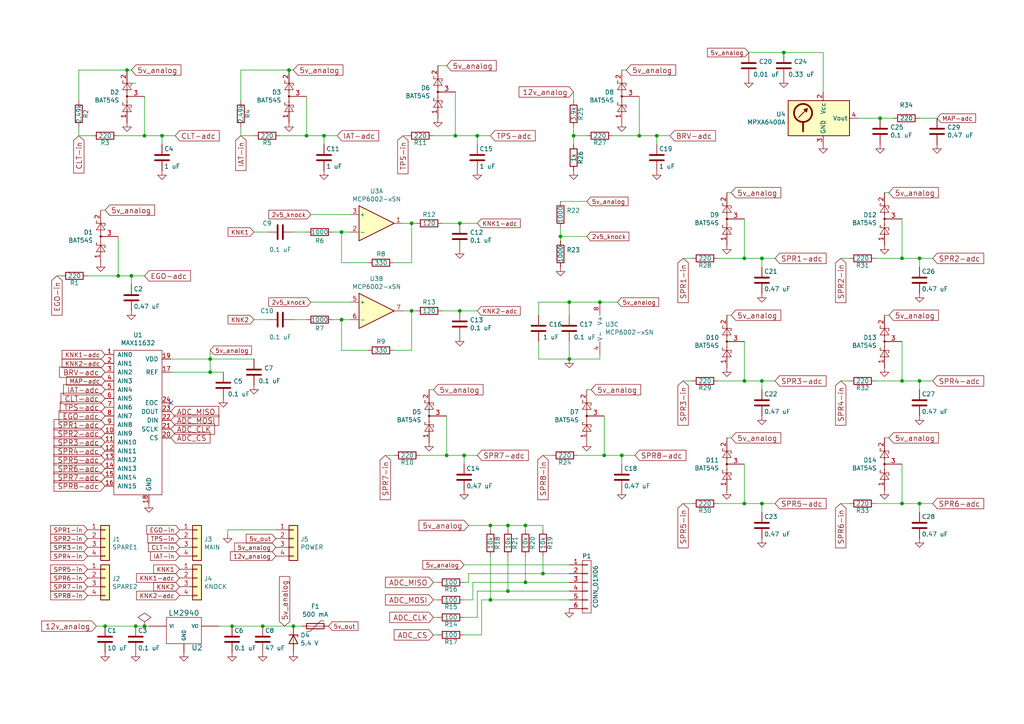
<source format=kicad_sch>
(kicad_sch (version 20211123) (generator eeschema)
  (paper "A4")
  (junction (at 220.98 74.93))
  (junction (at 133.35 64.77))
  (junction (at 220.98 146.05))
  (junction (at 93.98 39.37))
  (junction (at 215.9 110.49))
  (junction (at 166.37 39.37))
  (junction (at 41.91 39.37))
  (junction (at 147.32 171.45))
  (junction (at 261.62 146.05))
  (junction (at 99.06 67.31))
  (junction (at 165.1 87.63))
  (junction (at 85.09 181.61))
  (junction (at 88.9 39.37))
  (junction (at 157.48 166.37))
  (junction (at 133.35 90.17))
  (junction (at 142.24 173.99))
  (junction (at 119.38 90.17))
  (junction (at 152.4 152.4))
  (junction (at 39.37 181.61))
  (junction (at 261.62 74.93))
  (junction (at 134.62 132.08))
  (junction (at 162.56 68.58))
  (junction (at 255.27 34.29))
  (junction (at 60.96 104.14))
  (junction (at 220.98 110.49))
  (junction (at 119.38 64.77))
  (junction (at 38.1 80.01))
  (junction (at 165.1 104.14))
  (junction (at 67.31 181.61))
  (junction (at 266.7 74.93))
  (junction (at 152.4 168.91))
  (junction (at 185.42 39.37))
  (junction (at 227.33 15.24))
  (junction (at 173.99 87.63))
  (junction (at 36.83 20.32))
  (junction (at 129.54 132.08))
  (junction (at 132.08 39.37))
  (junction (at 175.26 132.08))
  (junction (at 138.43 39.37))
  (junction (at 41.91 181.61))
  (junction (at 34.29 80.01))
  (junction (at 147.32 152.4))
  (junction (at 83.82 20.32))
  (junction (at 60.96 107.95))
  (junction (at 215.9 146.05))
  (junction (at 266.7 110.49))
  (junction (at 30.48 181.61))
  (junction (at 180.34 132.08))
  (junction (at 266.7 146.05))
  (junction (at 76.2 181.61))
  (junction (at 142.24 152.4))
  (junction (at 261.62 110.49))
  (junction (at 99.06 92.71))
  (junction (at 190.5 39.37))
  (junction (at 215.9 74.93))
  (junction (at 46.99 39.37))
  (no_connect (at 49.53 116.84))
  (wire (pts (xy 261.62 99.06) (xy 261.62 110.49)))
  (wire (pts (xy 266.7 110.49) (xy 270.51 110.49)))
  (wire (pts (xy 254 74.93) (xy 261.62 74.93)))
  (wire (pts (xy 165.1 104.14) (xy 173.99 104.14)))
  (wire (pts (xy 238.76 15.24) (xy 227.33 15.24)))
  (wire (pts (xy 134.62 163.83) (xy 165.1 163.83)))
  (wire (pts (xy 128.27 90.17) (xy 133.35 90.17)))
  (wire (pts (xy 125.73 184.15) (xy 127 184.15)))
  (wire (pts (xy 138.43 90.17) (xy 133.35 90.17)))
  (wire (pts (xy 156.21 99.06) (xy 156.21 104.14)))
  (wire (pts (xy 17.78 80.01) (xy 16.51 80.01)))
  (wire (pts (xy 180.34 132.08) (xy 184.15 132.08)))
  (wire (pts (xy 118.11 39.37) (xy 116.84 39.37)))
  (wire (pts (xy 88.9 39.37) (xy 93.98 39.37)))
  (wire (pts (xy 119.38 64.77) (xy 119.38 76.2)))
  (wire (pts (xy 120.65 90.17) (xy 119.38 90.17)))
  (wire (pts (xy 80.01 153.67) (xy 66.04 153.67)))
  (wire (pts (xy 132.08 26.67) (xy 132.08 39.37)))
  (wire (pts (xy 185.42 27.94) (xy 185.42 39.37)))
  (wire (pts (xy 93.98 39.37) (xy 97.79 39.37)))
  (wire (pts (xy 90.17 62.23) (xy 101.6 62.23)))
  (wire (pts (xy 170.18 58.42) (xy 162.56 58.42)))
  (wire (pts (xy 220.98 74.93) (xy 220.98 77.47)))
  (wire (pts (xy 69.85 39.37) (xy 73.66 39.37)))
  (wire (pts (xy 142.24 161.29) (xy 142.24 173.99)))
  (wire (pts (xy 147.32 152.4) (xy 152.4 152.4)))
  (wire (pts (xy 256.54 127) (xy 257.81 127)))
  (wire (pts (xy 246.38 110.49) (xy 243.84 110.49)))
  (wire (pts (xy 220.98 110.49) (xy 224.79 110.49)))
  (wire (pts (xy 99.06 67.31) (xy 101.6 67.31)))
  (wire (pts (xy 220.98 74.93) (xy 224.79 74.93)))
  (wire (pts (xy 210.82 127) (xy 212.09 127)))
  (wire (pts (xy 106.68 101.6) (xy 99.06 101.6)))
  (wire (pts (xy 266.7 74.93) (xy 266.7 77.47)))
  (wire (pts (xy 66.04 153.67) (xy 66.04 154.94)))
  (wire (pts (xy 135.89 166.37) (xy 157.48 166.37)))
  (wire (pts (xy 134.62 179.07) (xy 138.43 179.07)))
  (wire (pts (xy 142.24 153.67) (xy 142.24 152.4)))
  (wire (pts (xy 142.24 152.4) (xy 147.32 152.4)))
  (wire (pts (xy 119.38 90.17) (xy 119.38 101.6)))
  (wire (pts (xy 152.4 161.29) (xy 152.4 168.91)))
  (wire (pts (xy 38.1 80.01) (xy 41.91 80.01)))
  (wire (pts (xy 99.06 101.6) (xy 99.06 92.71)))
  (wire (pts (xy 67.31 181.61) (xy 76.2 181.61)))
  (wire (pts (xy 85.09 67.31) (xy 88.9 67.31)))
  (wire (pts (xy 238.76 26.67) (xy 238.76 15.24)))
  (wire (pts (xy 22.86 39.37) (xy 26.67 39.37)))
  (wire (pts (xy 220.98 146.05) (xy 220.98 148.59)))
  (wire (pts (xy 220.98 146.05) (xy 224.79 146.05)))
  (wire (pts (xy 152.4 152.4) (xy 157.48 152.4)))
  (wire (pts (xy 125.73 39.37) (xy 132.08 39.37)))
  (wire (pts (xy 152.4 153.67) (xy 152.4 152.4)))
  (wire (pts (xy 49.53 107.95) (xy 60.96 107.95)))
  (wire (pts (xy 36.83 20.32) (xy 22.86 20.32)))
  (wire (pts (xy 106.68 76.2) (xy 99.06 76.2)))
  (wire (pts (xy 162.56 66.04) (xy 162.56 68.58)))
  (wire (pts (xy 134.62 132.08) (xy 138.43 132.08)))
  (wire (pts (xy 34.29 68.58) (xy 34.29 80.01)))
  (wire (pts (xy 266.7 146.05) (xy 266.7 148.59)))
  (wire (pts (xy 128.27 64.77) (xy 133.35 64.77)))
  (wire (pts (xy 266.7 110.49) (xy 266.7 113.03)))
  (wire (pts (xy 90.17 87.63) (xy 101.6 87.63)))
  (wire (pts (xy 73.66 67.31) (xy 77.47 67.31)))
  (wire (pts (xy 119.38 76.2) (xy 114.3 76.2)))
  (wire (pts (xy 190.5 39.37) (xy 194.31 39.37)))
  (wire (pts (xy 246.38 146.05) (xy 243.84 146.05)))
  (wire (pts (xy 139.7 184.15) (xy 139.7 173.99)))
  (wire (pts (xy 266.7 146.05) (xy 270.51 146.05)))
  (wire (pts (xy 135.89 168.91) (xy 134.62 168.91)))
  (wire (pts (xy 200.66 146.05) (xy 198.12 146.05)))
  (wire (pts (xy 114.3 132.08) (xy 111.76 132.08)))
  (wire (pts (xy 200.66 110.49) (xy 198.12 110.49)))
  (wire (pts (xy 138.43 64.77) (xy 133.35 64.77)))
  (wire (pts (xy 138.43 179.07) (xy 138.43 171.45)))
  (wire (pts (xy 46.99 39.37) (xy 50.8 39.37)))
  (wire (pts (xy 266.7 74.93) (xy 270.51 74.93)))
  (wire (pts (xy 156.21 91.44) (xy 156.21 87.63)))
  (wire (pts (xy 215.9 74.93) (xy 220.98 74.93)))
  (wire (pts (xy 147.32 153.67) (xy 147.32 152.4)))
  (wire (pts (xy 248.92 34.29) (xy 255.27 34.29)))
  (wire (pts (xy 125.73 168.91) (xy 127 168.91)))
  (wire (pts (xy 162.56 68.58) (xy 162.56 69.85)))
  (wire (pts (xy 138.43 171.45) (xy 147.32 171.45)))
  (wire (pts (xy 38.1 20.32) (xy 36.83 20.32)))
  (wire (pts (xy 96.52 67.31) (xy 99.06 67.31)))
  (wire (pts (xy 152.4 168.91) (xy 165.1 168.91)))
  (wire (pts (xy 181.61 20.32) (xy 180.34 20.32)))
  (wire (pts (xy 167.64 132.08) (xy 175.26 132.08)))
  (wire (pts (xy 256.54 91.44) (xy 257.81 91.44)))
  (wire (pts (xy 132.08 39.37) (xy 138.43 39.37)))
  (wire (pts (xy 166.37 36.83) (xy 166.37 39.37)))
  (wire (pts (xy 165.1 99.06) (xy 165.1 104.14)))
  (wire (pts (xy 135.89 166.37) (xy 135.89 168.91)))
  (wire (pts (xy 142.24 173.99) (xy 165.1 173.99)))
  (wire (pts (xy 73.66 92.71) (xy 77.47 92.71)))
  (wire (pts (xy 261.62 134.62) (xy 261.62 146.05)))
  (wire (pts (xy 121.92 132.08) (xy 129.54 132.08)))
  (wire (pts (xy 41.91 39.37) (xy 46.99 39.37)))
  (wire (pts (xy 208.28 110.49) (xy 215.9 110.49)))
  (wire (pts (xy 85.09 20.32) (xy 83.82 20.32)))
  (wire (pts (xy 124.46 113.03) (xy 125.73 113.03)))
  (wire (pts (xy 138.43 39.37) (xy 142.24 39.37)))
  (wire (pts (xy 177.8 39.37) (xy 185.42 39.37)))
  (wire (pts (xy 46.99 39.37) (xy 46.99 41.91)))
  (wire (pts (xy 175.26 132.08) (xy 180.34 132.08)))
  (wire (pts (xy 129.54 120.65) (xy 129.54 132.08)))
  (wire (pts (xy 134.62 184.15) (xy 139.7 184.15)))
  (wire (pts (xy 27.94 181.61) (xy 30.48 181.61)))
  (wire (pts (xy 81.28 39.37) (xy 88.9 39.37)))
  (wire (pts (xy 180.34 132.08) (xy 180.34 134.62)))
  (wire (pts (xy 39.37 181.61) (xy 41.91 181.61)))
  (wire (pts (xy 215.9 134.62) (xy 215.9 146.05)))
  (wire (pts (xy 38.1 80.01) (xy 38.1 82.55)))
  (wire (pts (xy 215.9 63.5) (xy 215.9 74.93)))
  (wire (pts (xy 119.38 101.6) (xy 114.3 101.6)))
  (wire (pts (xy 256.54 55.88) (xy 257.81 55.88)))
  (wire (pts (xy 215.9 146.05) (xy 220.98 146.05)))
  (wire (pts (xy 215.9 110.49) (xy 220.98 110.49)))
  (wire (pts (xy 254 110.49) (xy 261.62 110.49)))
  (wire (pts (xy 129.54 132.08) (xy 134.62 132.08)))
  (wire (pts (xy 185.42 39.37) (xy 190.5 39.37)))
  (wire (pts (xy 139.7 173.99) (xy 142.24 173.99)))
  (wire (pts (xy 60.96 101.6) (xy 60.96 104.14)))
  (wire (pts (xy 22.86 20.32) (xy 22.86 29.21)))
  (wire (pts (xy 69.85 36.83) (xy 69.85 39.37)))
  (wire (pts (xy 134.62 173.99) (xy 137.16 173.99)))
  (wire (pts (xy 166.37 39.37) (xy 166.37 41.91)))
  (wire (pts (xy 170.18 113.03) (xy 171.45 113.03)))
  (wire (pts (xy 261.62 74.93) (xy 266.7 74.93)))
  (wire (pts (xy 165.1 87.63) (xy 173.99 87.63)))
  (wire (pts (xy 156.21 87.63) (xy 165.1 87.63)))
  (wire (pts (xy 137.16 173.99) (xy 137.16 168.91)))
  (wire (pts (xy 200.66 74.93) (xy 198.12 74.93)))
  (wire (pts (xy 22.86 36.83) (xy 22.86 39.37)))
  (wire (pts (xy 127 19.05) (xy 129.54 19.05)))
  (wire (pts (xy 254 146.05) (xy 261.62 146.05)))
  (wire (pts (xy 261.62 110.49) (xy 266.7 110.49)))
  (wire (pts (xy 93.98 39.37) (xy 93.98 41.91)))
  (wire (pts (xy 30.48 181.61) (xy 39.37 181.61)))
  (wire (pts (xy 34.29 80.01) (xy 38.1 80.01)))
  (wire (pts (xy 25.4 80.01) (xy 34.29 80.01)))
  (wire (pts (xy 63.5 181.61) (xy 67.31 181.61)))
  (wire (pts (xy 41.91 27.94) (xy 41.91 39.37)))
  (wire (pts (xy 125.73 173.99) (xy 127 173.99)))
  (wire (pts (xy 157.48 152.4) (xy 157.48 153.67)))
  (wire (pts (xy 96.52 92.71) (xy 99.06 92.71)))
  (wire (pts (xy 135.89 152.4) (xy 142.24 152.4)))
  (wire (pts (xy 259.08 34.29) (xy 255.27 34.29)))
  (wire (pts (xy 147.32 161.29) (xy 147.32 171.45)))
  (wire (pts (xy 88.9 27.94) (xy 88.9 39.37)))
  (wire (pts (xy 210.82 91.44) (xy 212.09 91.44)))
  (wire (pts (xy 120.65 64.77) (xy 119.38 64.77)))
  (wire (pts (xy 116.84 64.77) (xy 119.38 64.77)))
  (wire (pts (xy 134.62 132.08) (xy 134.62 134.62)))
  (wire (pts (xy 34.29 39.37) (xy 41.91 39.37)))
  (wire (pts (xy 116.84 90.17) (xy 119.38 90.17)))
  (wire (pts (xy 156.21 104.14) (xy 165.1 104.14)))
  (wire (pts (xy 220.98 110.49) (xy 220.98 113.03)))
  (wire (pts (xy 137.16 168.91) (xy 152.4 168.91)))
  (wire (pts (xy 261.62 146.05) (xy 266.7 146.05)))
  (wire (pts (xy 170.18 68.58) (xy 162.56 68.58)))
  (wire (pts (xy 60.96 104.14) (xy 73.66 104.14)))
  (wire (pts (xy 138.43 39.37) (xy 138.43 41.91)))
  (wire (pts (xy 215.9 99.06) (xy 215.9 110.49)))
  (wire (pts (xy 85.09 181.61) (xy 87.63 181.61)))
  (wire (pts (xy 175.26 120.65) (xy 175.26 132.08)))
  (wire (pts (xy 157.48 166.37) (xy 165.1 166.37)))
  (wire (pts (xy 147.32 171.45) (xy 165.1 171.45)))
  (wire (pts (xy 69.85 20.32) (xy 69.85 29.21)))
  (wire (pts (xy 190.5 39.37) (xy 190.5 41.91)))
  (wire (pts (xy 266.7 34.29) (xy 271.78 34.29)))
  (wire (pts (xy 83.82 20.32) (xy 69.85 20.32)))
  (wire (pts (xy 246.38 74.93) (xy 243.84 74.93)))
  (wire (pts (xy 173.99 87.63) (xy 179.07 87.63)))
  (wire (pts (xy 160.02 132.08) (xy 157.48 132.08)))
  (wire (pts (xy 165.1 91.44) (xy 165.1 87.63)))
  (wire (pts (xy 157.48 161.29) (xy 157.48 166.37)))
  (wire (pts (xy 99.06 76.2) (xy 99.06 67.31)))
  (wire (pts (xy 261.62 63.5) (xy 261.62 74.93)))
  (wire (pts (xy 166.37 29.21) (xy 166.37 26.67)))
  (wire (pts (xy 49.53 104.14) (xy 60.96 104.14)))
  (wire (pts (xy 208.28 146.05) (xy 215.9 146.05)))
  (wire (pts (xy 60.96 104.14) (xy 60.96 107.95)))
  (wire (pts (xy 210.82 55.88) (xy 212.09 55.88)))
  (wire (pts (xy 99.06 92.71) (xy 101.6 92.71)))
  (wire (pts (xy 38.1 24.13) (xy 39.37 24.13)))
  (wire (pts (xy 170.18 39.37) (xy 166.37 39.37)))
  (wire (pts (xy 60.96 107.95) (xy 64.77 107.95)))
  (wire (pts (xy 85.09 92.71) (xy 88.9 92.71)))
  (wire (pts (xy 125.73 179.07) (xy 127 179.07)))
  (wire (pts (xy 41.91 181.61) (xy 43.18 181.61)))
  (wire (pts (xy 208.28 74.93) (xy 215.9 74.93)))
  (wire (pts (xy 76.2 181.61) (xy 85.09 181.61)))
  (wire (pts (xy 173.99 104.14) (xy 173.99 102.87)))
  (wire (pts (xy 30.48 60.96) (xy 29.21 60.96)))
  (wire (pts (xy 227.33 15.24) (xy 217.17 15.24)))
  (global_label "TPS-in" (shape input) (at 116.84 39.37 270) (effects (font (size 1.524 1.524))) (property "Intersheet References" "${INTERSHEET_REFS}" (effects hide)))
  (global_label "5v_analog" (shape input) (at 212.09 127 0) (effects (font (size 1.524 1.524))) (property "Intersheet References" "${INTERSHEET_REFS}" (effects hide)))
  (global_label "IAT-adc" (shape input) (at 97.79 39.37 0) (effects (font (size 1.524 1.524))) (property "Intersheet References" "${INTERSHEET_REFS}" (effects hide)))
  (global_label "KNK1" (shape input) (at 52.07 165.1 180) (property "Intersheet References" "${INTERSHEET_REFS}" (effects hide)))
  (global_label "5v_out" (shape input) (at 80.01 156.21 180) (property "Intersheet References" "${INTERSHEET_REFS}" (effects hide)))
  (global_label "SPR6-in" (shape input) (at 25.4 167.64 180) (property "Intersheet References" "${INTERSHEET_REFS}" (effects hide)))
  (global_label "KNK2-adc" (shape input) (at 52.07 172.72 180) (property "Intersheet References" "${INTERSHEET_REFS}" (effects hide)))
  (global_label "5v_analog" (shape input) (at 179.07 87.63 0) (property "Intersheet References" "${INTERSHEET_REFS}" (effects hide)))
  (global_label "2v5_knock" (shape input) (at 170.18 68.58 0) (property "Intersheet References" "${INTERSHEET_REFS}" (effects hide)))
  (global_label "KNK2" (shape input) (at 73.66 92.71 180) (property "Intersheet References" "${INTERSHEET_REFS}" (effects hide)))
  (global_label "KNK1" (shape input) (at 73.66 67.31 180) (property "Intersheet References" "${INTERSHEET_REFS}" (effects hide)))
  (global_label "5v_analog" (shape input) (at 60.96 101.6 0) (property "Intersheet References" "${INTERSHEET_REFS}" (effects hide)))
  (global_label "EGO-adc" (shape input) (at 41.91 80.01 0) (effects (font (size 1.524 1.524))) (property "Intersheet References" "${INTERSHEET_REFS}" (effects hide)))
  (global_label "ADC_MISO" (shape input) (at 49.53 119.38 0) (effects (font (size 1.524 1.524))) (property "Intersheet References" "${INTERSHEET_REFS}" (effects hide)))
  (global_label "5v_analog" (shape input) (at 82.55 181.61 90) (effects (font (size 1.524 1.524))) (property "Intersheet References" "${INTERSHEET_REFS}" (effects hide)))
  (global_label "ADC_MOSI" (shape input) (at 49.53 121.92 0) (effects (font (size 1.524 1.524))) (property "Intersheet References" "${INTERSHEET_REFS}" (effects hide)))
  (global_label "KNK2-adc" (shape input) (at 30.48 105.41 180) (property "Intersheet References" "${INTERSHEET_REFS}" (effects hide)))
  (global_label "SPR3-adc" (shape input) (at 224.79 110.49 0) (effects (font (size 1.524 1.524))) (property "Intersheet References" "${INTERSHEET_REFS}" (effects hide)))
  (global_label "CLT-in" (shape input) (at 52.07 158.75 180) (property "Intersheet References" "${INTERSHEET_REFS}" (effects hide)))
  (global_label "5v_analog" (shape input) (at 135.89 152.4 180) (effects (font (size 1.524 1.524))) (property "Intersheet References" "${INTERSHEET_REFS}" (effects hide)))
  (global_label "SPR8-in" (shape input) (at 25.4 172.72 180) (property "Intersheet References" "${INTERSHEET_REFS}" (effects hide)))
  (global_label "5v_out" (shape input) (at 95.25 181.61 0) (property "Intersheet References" "${INTERSHEET_REFS}" (effects hide)))
  (global_label "CLT-adc" (shape input) (at 30.48 115.57 180) (effects (font (size 1.524 1.524))) (property "Intersheet References" "${INTERSHEET_REFS}" (effects hide)))
  (global_label "ADC_CS" (shape input) (at 125.73 184.15 180) (effects (font (size 1.524 1.524))) (property "Intersheet References" "${INTERSHEET_REFS}" (effects hide)))
  (global_label "SPR1-in" (shape input) (at 25.4 153.67 180) (property "Intersheet References" "${INTERSHEET_REFS}" (effects hide)))
  (global_label "IAT-in" (shape input) (at 69.85 39.37 270) (effects (font (size 1.524 1.524))) (property "Intersheet References" "${INTERSHEET_REFS}" (effects hide)))
  (global_label "2v5_knock" (shape input) (at 90.17 87.63 180) (property "Intersheet References" "${INTERSHEET_REFS}" (effects hide)))
  (global_label "EGO-in" (shape input) (at 16.51 80.01 270) (effects (font (size 1.524 1.524))) (property "Intersheet References" "${INTERSHEET_REFS}" (effects hide)))
  (global_label "SPR1-adc" (shape input) (at 224.79 74.93 0) (effects (font (size 1.524 1.524))) (property "Intersheet References" "${INTERSHEET_REFS}" (effects hide)))
  (global_label "SPR5-adc" (shape input) (at 224.79 146.05 0) (effects (font (size 1.524 1.524))) (property "Intersheet References" "${INTERSHEET_REFS}" (effects hide)))
  (global_label "KNK1-adc" (shape input) (at 138.43 64.77 0) (property "Intersheet References" "${INTERSHEET_REFS}" (effects hide)))
  (global_label "5v_analog" (shape input) (at 212.09 55.88 0) (effects (font (size 1.524 1.524))) (property "Intersheet References" "${INTERSHEET_REFS}" (effects hide)))
  (global_label "5v_analog" (shape input) (at 38.1 20.32 0) (effects (font (size 1.524 1.524))) (property "Intersheet References" "${INTERSHEET_REFS}" (effects hide)))
  (global_label "SPR7-adc" (shape input) (at 30.48 138.43 180) (effects (font (size 1.524 1.524))) (property "Intersheet References" "${INTERSHEET_REFS}" (effects hide)))
  (global_label "SPR6-in" (shape input) (at 243.84 146.05 270) (effects (font (size 1.524 1.524))) (property "Intersheet References" "${INTERSHEET_REFS}" (effects hide)))
  (global_label "TPS-adc" (shape input) (at 30.48 118.11 180) (effects (font (size 1.524 1.524))) (property "Intersheet References" "${INTERSHEET_REFS}" (effects hide)))
  (global_label "SPR4-adc" (shape input) (at 270.51 110.49 0) (effects (font (size 1.524 1.524))) (property "Intersheet References" "${INTERSHEET_REFS}" (effects hide)))
  (global_label "SPR1-adc" (shape input) (at 30.48 123.19 180) (effects (font (size 1.524 1.524))) (property "Intersheet References" "${INTERSHEET_REFS}" (effects hide)))
  (global_label "5v_analog" (shape input) (at 80.01 158.75 180) (property "Intersheet References" "${INTERSHEET_REFS}" (effects hide)))
  (global_label "IAT-in" (shape input) (at 52.07 161.29 180) (property "Intersheet References" "${INTERSHEET_REFS}" (effects hide)))
  (global_label "SPR7-in" (shape input) (at 111.76 132.08 270) (effects (font (size 1.524 1.524))) (property "Intersheet References" "${INTERSHEET_REFS}" (effects hide)))
  (global_label "ADC_CLK" (shape input) (at 49.53 124.46 0) (effects (font (size 1.524 1.524))) (property "Intersheet References" "${INTERSHEET_REFS}" (effects hide)))
  (global_label "BRV-adc" (shape input) (at 30.48 107.95 180) (effects (font (size 1.524 1.524))) (property "Intersheet References" "${INTERSHEET_REFS}" (effects hide)))
  (global_label "ADC_CS" (shape input) (at 49.53 127 0) (effects (font (size 1.524 1.524))) (property "Intersheet References" "${INTERSHEET_REFS}" (effects hide)))
  (global_label "5v_analog" (shape input) (at 212.09 91.44 0) (effects (font (size 1.524 1.524))) (property "Intersheet References" "${INTERSHEET_REFS}" (effects hide)))
  (global_label "12v_analog" (shape input) (at 80.01 161.29 180) (property "Intersheet References" "${INTERSHEET_REFS}" (effects hide)))
  (global_label "ADC_MISO" (shape input) (at 125.73 168.91 180) (effects (font (size 1.524 1.524))) (property "Intersheet References" "${INTERSHEET_REFS}" (effects hide)))
  (global_label "SPR5-adc" (shape input) (at 30.48 133.35 180) (effects (font (size 1.524 1.524))) (property "Intersheet References" "${INTERSHEET_REFS}" (effects hide)))
  (global_label "CLT-in" (shape input) (at 22.86 39.37 270) (effects (font (size 1.524 1.524))) (property "Intersheet References" "${INTERSHEET_REFS}" (effects hide)))
  (global_label "5v_analog" (shape input) (at 134.62 163.83 180) (property "Intersheet References" "${INTERSHEET_REFS}" (effects hide)))
  (global_label "IAT-adc" (shape input) (at 30.48 113.03 180) (effects (font (size 1.524 1.524))) (property "Intersheet References" "${INTERSHEET_REFS}" (effects hide)))
  (global_label "2v5_knock" (shape input) (at 90.17 62.23 180) (property "Intersheet References" "${INTERSHEET_REFS}" (effects hide)))
  (global_label "5v_analog" (shape input) (at 257.81 127 0) (effects (font (size 1.524 1.524))) (property "Intersheet References" "${INTERSHEET_REFS}" (effects hide)))
  (global_label "KNK1-adc" (shape input) (at 52.07 167.64 180) (property "Intersheet References" "${INTERSHEET_REFS}" (effects hide)))
  (global_label "5v_analog" (shape input) (at 257.81 91.44 0) (effects (font (size 1.524 1.524))) (property "Intersheet References" "${INTERSHEET_REFS}" (effects hide)))
  (global_label "KNK2" (shape input) (at 52.07 170.18 180) (property "Intersheet References" "${INTERSHEET_REFS}" (effects hide)))
  (global_label "5v_analog" (shape input) (at 217.17 15.24 180) (property "Intersheet References" "${INTERSHEET_REFS}" (effects hide)))
  (global_label "12v_analog" (shape input) (at 27.94 181.61 180) (effects (font (size 1.524 1.524))) (property "Intersheet References" "${INTERSHEET_REFS}" (effects hide)))
  (global_label "SPR1-in" (shape input) (at 198.12 74.93 270) (effects (font (size 1.524 1.524))) (property "Intersheet References" "${INTERSHEET_REFS}" (effects hide)))
  (global_label "SPR8-adc" (shape input) (at 30.48 140.97 180) (effects (font (size 1.524 1.524))) (property "Intersheet References" "${INTERSHEET_REFS}" (effects hide)))
  (global_label "SPR7-adc" (shape input) (at 138.43 132.08 0) (effects (font (size 1.524 1.524))) (property "Intersheet References" "${INTERSHEET_REFS}" (effects hide)))
  (global_label "SPR4-adc" (shape input) (at 30.48 130.81 180) (effects (font (size 1.524 1.524))) (property "Intersheet References" "${INTERSHEET_REFS}" (effects hide)))
  (global_label "SPR3-in" (shape input) (at 198.12 110.49 270) (effects (font (size 1.524 1.524))) (property "Intersheet References" "${INTERSHEET_REFS}" (effects hide)))
  (global_label "5v_analog" (shape input) (at 170.18 58.42 0) (property "Intersheet References" "${INTERSHEET_REFS}" (effects hide)))
  (global_label "5v_analog" (shape input) (at 30.48 60.96 0) (effects (font (size 1.524 1.524))) (property "Intersheet References" "${INTERSHEET_REFS}" (effects hide)))
  (global_label "MAP-adc" (shape input) (at 271.78 34.29 0) (property "Intersheet References" "${INTERSHEET_REFS}" (effects hide)))
  (global_label "5v_analog" (shape input) (at 125.73 113.03 0) (effects (font (size 1.524 1.524))) (property "Intersheet References" "${INTERSHEET_REFS}" (effects hide)))
  (global_label "SPR2-in" (shape input) (at 243.84 74.93 270) (effects (font (size 1.524 1.524))) (property "Intersheet References" "${INTERSHEET_REFS}" (effects hide)))
  (global_label "EGO-adc" (shape input) (at 30.48 120.65 180) (effects (font (size 1.524 1.524))) (property "Intersheet References" "${INTERSHEET_REFS}" (effects hide)))
  (global_label "ADC_CLK" (shape input) (at 125.73 179.07 180) (effects (font (size 1.524 1.524))) (property "Intersheet References" "${INTERSHEET_REFS}" (effects hide)))
  (global_label "5v_analog" (shape input) (at 257.81 55.88 0) (effects (font (size 1.524 1.524))) (property "Intersheet References" "${INTERSHEET_REFS}" (effects hide)))
  (global_label "BRV-adc" (shape input) (at 194.31 39.37 0) (effects (font (size 1.524 1.524))) (property "Intersheet References" "${INTERSHEET_REFS}" (effects hide)))
  (global_label "5v_analog" (shape input) (at 181.61 20.32 0) (effects (font (size 1.524 1.524))) (property "Intersheet References" "${INTERSHEET_REFS}" (effects hide)))
  (global_label "KNK2-adc" (shape input) (at 138.43 90.17 0) (property "Intersheet References" "${INTERSHEET_REFS}" (effects hide)))
  (global_label "TPS-in" (shape input) (at 52.07 156.21 180) (property "Intersheet References" "${INTERSHEET_REFS}" (effects hide)))
  (global_label "SPR2-adc" (shape input) (at 30.48 125.73 180) (effects (font (size 1.524 1.524))) (property "Intersheet References" "${INTERSHEET_REFS}" (effects hide)))
  (global_label "KNK1-adc" (shape input) (at 30.48 102.87 180) (property "Intersheet References" "${INTERSHEET_REFS}" (effects hide)))
  (global_label "5v_analog" (shape input) (at 85.09 20.32 0) (effects (font (size 1.524 1.524))) (property "Intersheet References" "${INTERSHEET_REFS}" (effects hide)))
  (global_label "SPR4-in" (shape input) (at 243.84 110.49 270) (effects (font (size 1.524 1.524))) (property "Intersheet References" "${INTERSHEET_REFS}" (effects hide)))
  (global_label "SPR7-in" (shape input) (at 25.4 170.18 180) (property "Intersheet References" "${INTERSHEET_REFS}" (effects hide)))
  (global_label "SPR6-adc" (shape input) (at 270.51 146.05 0) (effects (font (size 1.524 1.524))) (property "Intersheet References" "${INTERSHEET_REFS}" (effects hide)))
  (global_label "SPR2-adc" (shape input) (at 270.51 74.93 0) (effects (font (size 1.524 1.524))) (property "Intersheet References" "${INTERSHEET_REFS}" (effects hide)))
  (global_label "SPR4-in" (shape input) (at 25.4 161.29 180) (property "Intersheet References" "${INTERSHEET_REFS}" (effects hide)))
  (global_label "EGO-in" (shape input) (at 52.07 153.67 180) (property "Intersheet References" "${INTERSHEET_REFS}" (effects hide)))
  (global_label "SPR3-adc" (shape input) (at 30.48 128.27 180) (effects (font (size 1.524 1.524))) (property "Intersheet References" "${INTERSHEET_REFS}" (effects hide)))
  (global_label "12v_analog" (shape input) (at 166.37 26.67 180) (effects (font (size 1.524 1.524))) (property "Intersheet References" "${INTERSHEET_REFS}" (effects hide)))
  (global_label "SPR5-in" (shape input) (at 198.12 146.05 270) (effects (font (size 1.524 1.524))) (property "Intersheet References" "${INTERSHEET_REFS}" (effects hide)))
  (global_label "CLT-adc" (shape input) (at 50.8 39.37 0) (effects (font (size 1.524 1.524))) (property "Intersheet References" "${INTERSHEET_REFS}" (effects hide)))
  (global_label "SPR8-in" (shape input) (at 157.48 132.08 270) (effects (font (size 1.524 1.524))) (property "Intersheet References" "${INTERSHEET_REFS}" (effects hide)))
  (global_label "SPR5-in" (shape input) (at 25.4 165.1 180) (property "Intersheet References" "${INTERSHEET_REFS}" (effects hide)))
  (global_label "5v_analog" (shape input) (at 129.54 19.05 0) (effects (font (size 1.524 1.524))) (property "Intersheet References" "${INTERSHEET_REFS}" (effects hide)))
  (global_label "SPR3-in" (shape input) (at 25.4 158.75 180) (property "Intersheet References" "${INTERSHEET_REFS}" (effects hide)))
  (global_label "TPS-adc" (shape input) (at 142.24 39.37 0) (effects (font (size 1.524 1.524))) (property "Intersheet References" "${INTERSHEET_REFS}" (effects hide)))
  (global_label "5v_analog" (shape input) (at 171.45 113.03 0) (effects (font (size 1.524 1.524))) (property "Intersheet References" "${INTERSHEET_REFS}" (effects hide)))
  (global_label "SPR2-in" (shape input) (at 25.4 156.21 180) (property "Intersheet References" "${INTERSHEET_REFS}" (effects hide)))
  (global_label "ADC_MOSI" (shape input) (at 125.73 173.99 180) (effects (font (size 1.524 1.524))) (property "Intersheet References" "${INTERSHEET_REFS}" (effects hide)))
  (global_label "SPR6-adc" (shape input) (at 30.48 135.89 180) (effects (font (size 1.524 1.524))) (property "Intersheet References" "${INTERSHEET_REFS}" (effects hide)))
  (global_label "SPR8-adc" (shape input) (at 184.15 132.08 0) (effects (font (size 1.524 1.524))) (property "Intersheet References" "${INTERSHEET_REFS}" (effects hide)))
  (global_label "MAP-adc" (shape input) (at 30.48 110.49 180) (property "Intersheet References" "${INTERSHEET_REFS}" (effects hide)))
  (symbol (lib_id "analog-rescue:R-analog-rescue") (at 30.48 39.37 270) (unit 1)
    (property "Reference" "R3" (at 30.48 41.402 90))
    (property "Value" "220" (at 30.48 39.37 90))
    (property "Footprint" "Resistor_SMD:R_0805_2012Metric_Pad1.20x1.40mm_HandSolder" (effects hide))
  )
  (symbol (lib_id "analog-rescue:R-analog-rescue") (at 22.86 33.02 0) (unit 1)
    (property "Reference" "R2" (at 24.892 33.02 90))
    (property "Value" "2.49k" (at 22.86 33.02 90))
    (property "Footprint" "Resistor_SMD:R_0805_2012Metric_Pad1.20x1.40mm_HandSolder" (effects hide))
    (property "Rating" "0.1%" (effects hide))
  )
  (symbol (lib_id "analog-rescue:C-analog-rescue") (at 46.99 45.72 0) (unit 1)
    (property "Reference" "C4" (at 47.625 43.18 0) (effects (justify left)))
    (property "Value" "1 uF" (at 47.625 48.26 0) (effects (justify left)))
    (property "Footprint" "Capacitor_SMD:C_0805_2012Metric_Pad1.18x1.45mm_HandSolder" (effects hide))
  )
  (symbol (lib_id "analog-rescue:GND-analog-rescue") (at 46.99 49.53 0) (unit 1)
    (property "Reference" "#PWR07" (effects hide))
    (property "Value" "GND" (effects hide))
  )
  (symbol (lib_id "analog-rescue:LM2940-analog-rescue") (at 53.34 182.88 0) (unit 1)
    (property "Reference" "U2" (at 57.15 187.8584 0) (effects (font (size 1.524 1.524))))
    (property "Value" "LM2940" (at 53.34 177.8 0) (effects (font (size 1.524 1.524))))
    (property "Footprint" "Package_TO_SOT_THT:TO-220-3_Horizontal_TabDown" (effects hide))
  )
  (symbol (lib_id "analog-rescue:R-analog-rescue") (at 77.47 39.37 270) (unit 1)
    (property "Reference" "R5" (at 77.47 41.402 90))
    (property "Value" "220" (at 77.47 39.37 90))
    (property "Footprint" "Resistor_SMD:R_0805_2012Metric_Pad1.20x1.40mm_HandSolder" (effects hide))
  )
  (symbol (lib_id "analog-rescue:R-analog-rescue") (at 69.85 33.02 0) (unit 1)
    (property "Reference" "R4" (at 71.882 33.02 90))
    (property "Value" "2.49k" (at 69.85 33.02 90))
    (property "Footprint" "Resistor_SMD:R_0805_2012Metric_Pad1.20x1.40mm_HandSolder" (effects hide))
    (property "Rating" "0.1%" (effects hide))
  )
  (symbol (lib_id "analog-rescue:C-analog-rescue") (at 93.98 45.72 0) (unit 1)
    (property "Reference" "C11" (at 94.615 43.18 0) (effects (justify left)))
    (property "Value" "1 uF" (at 94.615 48.26 0) (effects (justify left)))
    (property "Footprint" "Capacitor_SMD:C_0805_2012Metric_Pad1.18x1.45mm_HandSolder" (effects hide))
  )
  (symbol (lib_id "analog-rescue:GND-analog-rescue") (at 93.98 49.53 0) (unit 1)
    (property "Reference" "#PWR016" (effects hide))
    (property "Value" "GND" (effects hide))
  )
  (symbol (lib_id "analog-rescue:C-analog-rescue") (at 39.37 185.42 0) (unit 1)
    (property "Reference" "C3" (at 40.005 182.88 0) (effects (justify left)))
    (property "Value" "0.1 uF" (at 40.005 187.96 0) (effects (justify left)))
    (property "Footprint" "Capacitor_SMD:C_0805_2012Metric_Pad1.18x1.45mm_HandSolder" (effects hide))
    (property "Notes" "X7R" (effects hide))
  )
  (symbol (lib_id "analog-rescue:C-analog-rescue") (at 30.48 185.42 0) (unit 1)
    (property "Reference" "C1" (at 31.115 182.88 0) (effects (justify left)))
    (property "Value" "10 uF" (at 31.115 187.96 0) (effects (justify left)))
    (property "Footprint" "Capacitor_SMD:C_0805_2012Metric_Pad1.18x1.45mm_HandSolder" (effects hide))
    (property "Rating" "35V Tantalum" (effects hide))
  )
  (symbol (lib_id "analog-rescue:C-analog-rescue") (at 67.31 185.42 0) (unit 1)
    (property "Reference" "C6" (at 67.945 182.88 0) (effects (justify left)))
    (property "Value" "0.1 uF" (at 67.945 187.96 0) (effects (justify left)))
    (property "Footprint" "Capacitor_SMD:C_0805_2012Metric_Pad1.18x1.45mm_HandSolder" (effects hide))
    (property "Notes" "X7R" (effects hide))
  )
  (symbol (lib_id "analog-rescue:C-analog-rescue") (at 76.2 185.42 0) (unit 1)
    (property "Reference" "C8" (at 76.835 182.88 0) (effects (justify left)))
    (property "Value" "47 uF" (at 76.835 187.96 0) (effects (justify left)))
    (property "Footprint" "Capacitor_SMD:C_1206_3216Metric_Pad1.33x1.80mm_HandSolder" (effects hide))
    (property "Rating" "10 V Tantalum" (effects hide))
  )
  (symbol (lib_id "analog-rescue:R-analog-rescue") (at 204.47 74.93 270) (unit 1)
    (property "Reference" "R28" (at 204.47 76.962 90))
    (property "Value" "220" (at 204.47 74.93 90))
    (property "Footprint" "Resistor_SMD:R_0805_2012Metric_Pad1.20x1.40mm_HandSolder" (effects hide))
  )
  (symbol (lib_id "analog-rescue:C-analog-rescue") (at 220.98 81.28 0) (unit 1)
    (property "Reference" "C21" (at 221.615 78.74 0) (effects (justify left)))
    (property "Value" "0.47 uF" (at 221.615 83.82 0) (effects (justify left)))
    (property "Footprint" "Capacitor_SMD:C_0805_2012Metric_Pad1.18x1.45mm_HandSolder" (effects hide))
  )
  (symbol (lib_id "analog-rescue:GND-analog-rescue") (at 220.98 85.09 0) (unit 1)
    (property "Reference" "#PWR035" (effects hide))
    (property "Value" "GND" (effects hide))
  )
  (symbol (lib_id "analog-rescue:GND-analog-rescue") (at 30.48 189.23 0) (unit 1)
    (property "Reference" "#PWR02" (effects hide))
    (property "Value" "GND" (effects hide))
  )
  (symbol (lib_id "analog-rescue:GND-analog-rescue") (at 39.37 189.23 0) (unit 1)
    (property "Reference" "#PWR05" (effects hide))
    (property "Value" "GND" (effects hide))
  )
  (symbol (lib_id "analog-rescue:GND-analog-rescue") (at 53.34 189.23 0) (unit 1)
    (property "Reference" "#PWR08" (effects hide))
    (property "Value" "GND" (effects hide))
  )
  (symbol (lib_id "analog-rescue:GND-analog-rescue") (at 67.31 189.23 0) (unit 1)
    (property "Reference" "#PWR011" (effects hide))
    (property "Value" "GND" (effects hide))
  )
  (symbol (lib_id "analog-rescue:GND-analog-rescue") (at 76.2 189.23 0) (unit 1)
    (property "Reference" "#PWR013" (effects hide))
    (property "Value" "GND" (effects hide))
  )
  (symbol (lib_id "analog-rescue:R-analog-rescue") (at 121.92 39.37 270) (unit 1)
    (property "Reference" "R11" (at 121.92 41.402 90))
    (property "Value" "220" (at 121.92 39.37 90))
    (property "Footprint" "Resistor_SMD:R_0805_2012Metric_Pad1.20x1.40mm_HandSolder" (effects hide))
  )
  (symbol (lib_id "analog-rescue:C-analog-rescue") (at 138.43 45.72 0) (unit 1)
    (property "Reference" "C15" (at 139.065 43.18 0) (effects (justify left)))
    (property "Value" "1 uF" (at 139.065 48.26 0) (effects (justify left)))
    (property "Footprint" "Capacitor_SMD:C_0805_2012Metric_Pad1.18x1.45mm_HandSolder" (effects hide))
  )
  (symbol (lib_id "analog-rescue:GND-analog-rescue") (at 138.43 49.53 0) (unit 1)
    (property "Reference" "#PWR022" (effects hide))
    (property "Value" "GND" (effects hide))
  )
  (symbol (lib_id "analog-rescue:R-analog-rescue") (at 21.59 80.01 270) (unit 1)
    (property "Reference" "R1" (at 21.59 82.042 90))
    (property "Value" "220" (at 21.59 80.01 90))
    (property "Footprint" "Resistor_SMD:R_0805_2012Metric_Pad1.20x1.40mm_HandSolder" (effects hide))
  )
  (symbol (lib_id "analog-rescue:C-analog-rescue") (at 38.1 86.36 0) (unit 1)
    (property "Reference" "C2" (at 38.735 83.82 0) (effects (justify left)))
    (property "Value" "0.47 uF" (at 38.735 88.9 0) (effects (justify left)))
    (property "Footprint" "Capacitor_SMD:C_0805_2012Metric_Pad1.18x1.45mm_HandSolder" (effects hide))
  )
  (symbol (lib_id "analog-rescue:GND-analog-rescue") (at 38.1 90.17 0) (unit 1)
    (property "Reference" "#PWR04" (effects hide))
    (property "Value" "GND" (effects hide))
  )
  (symbol (lib_id "analog-rescue:R-analog-rescue") (at 173.99 39.37 270) (unit 1)
    (property "Reference" "R27" (at 173.99 41.402 90))
    (property "Value" "220" (at 173.99 39.37 90))
    (property "Footprint" "Resistor_SMD:R_0805_2012Metric_Pad1.20x1.40mm_HandSolder" (effects hide))
  )
  (symbol (lib_id "analog-rescue:R-analog-rescue") (at 166.37 33.02 0) (unit 1)
    (property "Reference" "R25" (at 168.402 33.02 90))
    (property "Value" "3.9k" (at 166.37 33.02 90))
    (property "Footprint" "Resistor_SMD:R_0805_2012Metric_Pad1.20x1.40mm_HandSolder" (effects hide))
    (property "Rating" "0.1%" (effects hide))
  )
  (symbol (lib_id "analog-rescue:C-analog-rescue") (at 190.5 45.72 0) (unit 1)
    (property "Reference" "C19" (at 191.135 43.18 0) (effects (justify left)))
    (property "Value" "1 uF" (at 191.135 48.26 0) (effects (justify left)))
    (property "Footprint" "Capacitor_SMD:C_0805_2012Metric_Pad1.18x1.45mm_HandSolder" (effects hide))
  )
  (symbol (lib_id "analog-rescue:R-analog-rescue") (at 166.37 45.72 0) (unit 1)
    (property "Reference" "R26" (at 168.402 45.72 90))
    (property "Value" "1k" (at 166.37 45.72 90))
    (property "Footprint" "Resistor_SMD:R_0805_2012Metric_Pad1.20x1.40mm_HandSolder" (effects hide))
    (property "Rating" "0.1%" (effects hide))
  )
  (symbol (lib_id "analog-rescue:R-analog-rescue") (at 130.81 179.07 270) (unit 1)
    (property "Reference" "R14" (at 130.81 181.102 90))
    (property "Value" "100" (at 130.81 179.07 90))
    (property "Footprint" "Resistor_SMD:R_0805_2012Metric_Pad1.20x1.40mm_HandSolder" (effects hide))
  )
  (symbol (lib_id "analog-rescue:R-analog-rescue") (at 130.81 173.99 270) (unit 1)
    (property "Reference" "R15" (at 130.81 176.022 90))
    (property "Value" "100" (at 130.81 173.99 90))
    (property "Footprint" "Resistor_SMD:R_0805_2012Metric_Pad1.20x1.40mm_HandSolder" (effects hide))
  )
  (symbol (lib_id "analog-rescue:R-analog-rescue") (at 130.81 168.91 270) (unit 1)
    (property "Reference" "R16" (at 130.81 170.942 90))
    (property "Value" "100" (at 130.81 168.91 90))
    (property "Footprint" "Resistor_SMD:R_0805_2012Metric_Pad1.20x1.40mm_HandSolder" (effects hide))
  )
  (symbol (lib_id "analog-rescue:R-analog-rescue") (at 130.81 184.15 270) (unit 1)
    (property "Reference" "R17" (at 130.81 186.182 90))
    (property "Value" "100" (at 130.81 184.15 90))
    (property "Footprint" "Resistor_SMD:R_0805_2012Metric_Pad1.20x1.40mm_HandSolder" (effects hide))
  )
  (symbol (lib_id "analog-rescue:R-analog-rescue") (at 142.24 157.48 0) (unit 1)
    (property "Reference" "R18" (at 144.272 157.48 90))
    (property "Value" "10k" (at 142.24 157.48 90))
    (property "Footprint" "Resistor_SMD:R_0805_2012Metric_Pad1.20x1.40mm_HandSolder" (effects hide))
  )
  (symbol (lib_id "analog-rescue:R-analog-rescue") (at 157.48 157.48 0) (unit 1)
    (property "Reference" "R19" (at 159.512 157.48 90))
    (property "Value" "10k" (at 157.48 157.48 90))
    (property "Footprint" "Resistor_SMD:R_0805_2012Metric_Pad1.20x1.40mm_HandSolder" (effects hide))
  )
  (symbol (lib_id "analog-rescue:R-analog-rescue") (at 152.4 157.48 0) (unit 1)
    (property "Reference" "R20" (at 154.432 157.48 90))
    (property "Value" "10k" (at 152.4 157.48 90))
    (property "Footprint" "Resistor_SMD:R_0805_2012Metric_Pad1.20x1.40mm_HandSolder" (effects hide))
  )
  (symbol (lib_id "analog-rescue:R-analog-rescue") (at 147.32 157.48 0) (unit 1)
    (property "Reference" "R21" (at 149.352 157.48 90))
    (property "Value" "10k" (at 147.32 157.48 90))
    (property "Footprint" "Resistor_SMD:R_0805_2012Metric_Pad1.20x1.40mm_HandSolder" (effects hide))
  )
  (symbol (lib_id "analog-rescue:CONN_01X06-analog-rescue") (at 170.18 170.18 0) (unit 1)
    (property "Reference" "P1" (at 170.18 161.29 0))
    (property "Value" "CONN_01X06" (at 172.72 170.18 90))
    (property "Footprint" "Connector_PinHeader_2.54mm:PinHeader_1x06_P2.54mm_Horizontal" (effects hide))
  )
  (symbol (lib_id "analog-rescue:GND-analog-rescue") (at 165.1 176.53 0) (unit 1)
    (property "Reference" "#PWR024" (effects hide))
    (property "Value" "GND" (effects hide))
  )
  (symbol (lib_id "analog-rescue:GND-analog-rescue") (at 166.37 49.53 0) (unit 1)
    (property "Reference" "#PWR025" (effects hide))
    (property "Value" "GND" (effects hide))
  )
  (symbol (lib_id "analog-rescue:GND-analog-rescue") (at 256.54 71.12 0) (unit 1)
    (property "Reference" "#PWR0103" (effects hide))
    (property "Value" "GND" (effects hide))
  )
  (symbol (lib_id "Diode:BAT54S") (at 127 26.67 90) (unit 1)
    (property "Reference" "D6" (at 124.7648 25.5016 90) (effects (justify left)))
    (property "Value" "BAT54S" (at 124.7648 27.813 90) (effects (justify left)))
    (property "Footprint" "Package_TO_SOT_SMD:SOT-23" (effects hide))
    (property "Datasheet" "https://www.diodes.com/assets/Datasheets/ds11005.pdf" (effects hide))
  )
  (symbol (lib_id "power:GND") (at 271.78 41.91 0) (unit 1)
    (property "Reference" "#PWR0104" (effects hide))
    (property "Value" "GND" (effects hide))
  )
  (symbol (lib_id "analog-rescue:GND-analog-rescue") (at 127 34.29 0) (unit 1)
    (property "Reference" "#PWR018" (effects hide))
    (property "Value" "GND" (effects hide))
  )
  (symbol (lib_id "Diode:BAT54S") (at 36.83 27.94 90) (unit 1)
    (property "Reference" "D2" (at 34.5948 26.7716 90) (effects (justify left)))
    (property "Value" "BAT54S" (at 34.5948 29.083 90) (effects (justify left)))
    (property "Footprint" "Package_TO_SOT_SMD:SOT-23" (effects hide))
    (property "Datasheet" "https://www.diodes.com/assets/Datasheets/ds11005.pdf" (effects hide))
  )
  (symbol (lib_id "analog-rescue:GND-analog-rescue") (at 36.83 35.56 0) (unit 1)
    (property "Reference" "#PWR03" (effects hide))
    (property "Value" "GND" (effects hide))
  )
  (symbol (lib_id "Diode:BAT54S") (at 83.82 27.94 90) (unit 1)
    (property "Reference" "D3" (at 81.5848 26.7716 90) (effects (justify left)))
    (property "Value" "BAT54S" (at 81.5848 29.083 90) (effects (justify left)))
    (property "Footprint" "Package_TO_SOT_SMD:SOT-23" (effects hide))
    (property "Datasheet" "https://www.diodes.com/assets/Datasheets/ds11005.pdf" (effects hide))
  )
  (symbol (lib_id "Diode:BAT54S") (at 29.21 68.58 90) (unit 1)
    (property "Reference" "D1" (at 26.9748 67.4116 90) (effects (justify left)))
    (property "Value" "BAT54S" (at 26.9748 69.723 90) (effects (justify left)))
    (property "Footprint" "Package_TO_SOT_SMD:SOT-23" (effects hide))
    (property "Datasheet" "https://www.diodes.com/assets/Datasheets/ds11005.pdf" (effects hide))
  )
  (symbol (lib_id "Diode:BAT54S") (at 180.34 27.94 90) (unit 1)
    (property "Reference" "D8" (at 178.1048 26.7716 90) (effects (justify left)))
    (property "Value" "BAT54S" (at 178.1048 29.083 90) (effects (justify left)))
    (property "Footprint" "Package_TO_SOT_SMD:SOT-23" (effects hide))
    (property "Datasheet" "https://www.diodes.com/assets/Datasheets/ds11005.pdf" (effects hide))
  )
  (symbol (lib_id "Diode:BAT54S") (at 210.82 63.5 90) (unit 1)
    (property "Reference" "D9" (at 208.5848 62.3316 90) (effects (justify left)))
    (property "Value" "BAT54S" (at 208.5848 64.643 90) (effects (justify left)))
    (property "Footprint" "Package_TO_SOT_SMD:SOT-23" (effects hide))
    (property "Datasheet" "https://www.diodes.com/assets/Datasheets/ds11005.pdf" (effects hide))
  )
  (symbol (lib_id "analog-rescue:GND-analog-rescue") (at 83.82 35.56 0) (unit 1)
    (property "Reference" "#PWR014" (effects hide))
    (property "Value" "GND" (effects hide))
  )
  (symbol (lib_id "analog-rescue:GND-analog-rescue") (at 29.21 76.2 0) (unit 1)
    (property "Reference" "#PWR01" (effects hide))
    (property "Value" "GND" (effects hide))
  )
  (symbol (lib_id "analog-rescue:GND-analog-rescue") (at 190.5 49.53 0) (unit 1)
    (property "Reference" "#PWR030" (effects hide))
    (property "Value" "GND" (effects hide))
  )
  (symbol (lib_id "analog-rescue:GND-analog-rescue") (at 180.34 35.56 0) (unit 1)
    (property "Reference" "#PWR028" (effects hide))
    (property "Value" "GND" (effects hide))
  )
  (symbol (lib_id "Amplifier_Operational:MCP6002-xSN") (at 109.22 90.17 0) (unit 2)
    (property "Reference" "U3" (at 109.22 80.8482 0))
    (property "Value" "MCP6002-xSN" (at 109.22 83.1596 0))
    (property "Footprint" "Package_SO:MSOP-8_3x3mm_P0.65mm" (effects hide))
    (property "Datasheet" "http://ww1.microchip.com/downloads/en/DeviceDoc/21733j.pdf" (effects hide))
  )
  (symbol (lib_id "Amplifier_Operational:MCP6002-xSN") (at 176.53 95.25 0) (unit 3)
    (property "Reference" "U3" (at 175.4632 94.0816 0) (effects (justify left)))
    (property "Value" "MCP6002-xSN" (at 175.4632 96.393 0) (effects (justify left)))
    (property "Footprint" "Package_SO:MSOP-8_3x3mm_P0.65mm" (effects hide))
    (property "Datasheet" "http://ww1.microchip.com/downloads/en/DeviceDoc/21733j.pdf" (effects hide))
  )
  (symbol (lib_id "analog-rescue:R-analog-rescue") (at 162.56 62.23 0) (unit 1)
    (property "Reference" "R22" (at 164.338 61.0616 0) (effects (justify left)))
    (property "Value" "1000" (at 162.56 64.77 90) (effects (justify left)))
    (property "Footprint" "Resistor_SMD:R_0805_2012Metric_Pad1.20x1.40mm_HandSolder" (effects hide))
  )
  (symbol (lib_id "analog-rescue:R-analog-rescue") (at 162.56 73.66 0) (unit 1)
    (property "Reference" "R23" (at 164.338 72.4916 0) (effects (justify left)))
    (property "Value" "1000" (at 162.56 76.2 90) (effects (justify left)))
    (property "Footprint" "Resistor_SMD:R_0805_2012Metric_Pad1.20x1.40mm_HandSolder" (effects hide))
  )
  (symbol (lib_id "analog-rescue:GND-analog-rescue") (at 162.56 77.47 0) (unit 1)
    (property "Reference" "#PWR023" (effects hide))
    (property "Value" "GND" (effects hide))
  )
  (symbol (lib_id "analog-rescue:C-analog-rescue") (at 81.28 92.71 270) (unit 1)
    (property "Reference" "C10" (at 77.47 90.17 90))
    (property "Value" "0.1 uF" (at 81.28 97.79 90))
    (property "Footprint" "Capacitor_SMD:C_0805_2012Metric_Pad1.18x1.45mm_HandSolder" (effects hide))
  )
  (symbol (lib_id "analog-rescue:R-analog-rescue") (at 92.71 92.71 270) (unit 1)
    (property "Reference" "R7" (at 92.71 95.25 90))
    (property "Value" "1000" (at 92.71 92.71 90))
    (property "Footprint" "Resistor_SMD:R_0805_2012Metric_Pad1.20x1.40mm_HandSolder" (effects hide))
  )
  (symbol (lib_id "analog-rescue:R-analog-rescue") (at 110.49 101.6 270) (unit 1)
    (property "Reference" "R9" (at 110.49 99.06 90))
    (property "Value" "330" (at 110.49 101.6 90))
    (property "Footprint" "Resistor_SMD:R_0805_2012Metric_Pad1.20x1.40mm_HandSolder" (effects hide))
  )
  (symbol (lib_id "analog-rescue:R-analog-rescue") (at 124.46 90.17 270) (unit 1)
    (property "Reference" "R13" (at 124.46 87.63 90))
    (property "Value" "120" (at 124.46 90.17 90))
    (property "Footprint" "Resistor_SMD:R_0805_2012Metric_Pad1.20x1.40mm_HandSolder" (effects hide))
  )
  (symbol (lib_id "analog-rescue:C-analog-rescue") (at 133.35 93.98 0) (unit 1)
    (property "Reference" "C13" (at 136.271 92.8116 0) (effects (justify left)))
    (property "Value" "0.1 uF" (at 136.271 95.123 0) (effects (justify left)))
    (property "Footprint" "Capacitor_SMD:C_0805_2012Metric_Pad1.18x1.45mm_HandSolder" (effects hide))
  )
  (symbol (lib_id "analog-rescue:GND-analog-rescue") (at 133.35 97.79 0) (unit 1)
    (property "Reference" "#PWR020" (effects hide))
    (property "Value" "GND" (effects hide))
  )
  (symbol (lib_id "Amplifier_Operational:MCP6002-xSN") (at 109.22 64.77 0) (unit 1)
    (property "Reference" "U3" (at 109.22 55.4482 0))
    (property "Value" "MCP6002-xSN" (at 109.22 57.7596 0))
    (property "Footprint" "Package_SO:MSOP-8_3x3mm_P0.65mm" (effects hide))
    (property "Datasheet" "http://ww1.microchip.com/downloads/en/DeviceDoc/21733j.pdf" (effects hide))
  )
  (symbol (lib_id "analog-rescue:C-analog-rescue") (at 81.28 67.31 270) (unit 1)
    (property "Reference" "C9" (at 77.47 64.77 90))
    (property "Value" "0.1 uF" (at 81.28 72.39 90))
    (property "Footprint" "Capacitor_SMD:C_0805_2012Metric_Pad1.18x1.45mm_HandSolder" (effects hide))
  )
  (symbol (lib_id "analog-rescue:R-analog-rescue") (at 92.71 67.31 270) (unit 1)
    (property "Reference" "R6" (at 92.71 69.85 90))
    (property "Value" "1000" (at 92.71 67.31 90))
    (property "Footprint" "Resistor_SMD:R_0805_2012Metric_Pad1.20x1.40mm_HandSolder" (effects hide))
  )
  (symbol (lib_id "analog-rescue:R-analog-rescue") (at 110.49 76.2 270) (unit 1)
    (property "Reference" "R8" (at 110.49 73.66 90))
    (property "Value" "330" (at 110.49 76.2 90))
    (property "Footprint" "Resistor_SMD:R_0805_2012Metric_Pad1.20x1.40mm_HandSolder" (effects hide))
  )
  (symbol (lib_id "analog-rescue:R-analog-rescue") (at 124.46 64.77 270) (unit 1)
    (property "Reference" "R12" (at 124.46 62.23 90))
    (property "Value" "120" (at 124.46 64.77 90))
    (property "Footprint" "Resistor_SMD:R_0805_2012Metric_Pad1.20x1.40mm_HandSolder" (effects hide))
  )
  (symbol (lib_id "analog-rescue:C-analog-rescue") (at 133.35 68.58 0) (unit 1)
    (property "Reference" "C12" (at 136.271 67.4116 0) (effects (justify left)))
    (property "Value" "0.1 uF" (at 136.271 69.723 0) (effects (justify left)))
    (property "Footprint" "Capacitor_SMD:C_0805_2012Metric_Pad1.18x1.45mm_HandSolder" (effects hide))
  )
  (symbol (lib_id "analog-rescue:GND-analog-rescue") (at 133.35 72.39 0) (unit 1)
    (property "Reference" "#PWR019" (effects hide))
    (property "Value" "GND" (effects hide))
  )
  (symbol (lib_id "analog-rescue:C-analog-rescue") (at 165.1 95.25 0) (unit 1)
    (property "Reference" "C17" (at 168.021 94.0816 0) (effects (justify left)))
    (property "Value" "0.1 uF" (at 166.37 97.79 0) (effects (justify left)))
    (property "Footprint" "Capacitor_SMD:C_0805_2012Metric_Pad1.18x1.45mm_HandSolder" (effects hide))
  )
  (symbol (lib_id "analog-rescue:C-analog-rescue") (at 156.21 95.25 0) (unit 1)
    (property "Reference" "C16" (at 159.131 94.0816 0) (effects (justify left)))
    (property "Value" "1 uF" (at 157.48 97.79 0) (effects (justify left)))
    (property "Footprint" "Capacitor_SMD:C_0805_2012Metric_Pad1.18x1.45mm_HandSolder" (effects hide))
  )
  (symbol (lib_id "analog-rescue:R-analog-rescue") (at 250.19 74.93 270) (unit 1)
    (property "Reference" "R31" (at 250.19 76.962 90))
    (property "Value" "220" (at 250.19 74.93 90))
    (property "Footprint" "Resistor_SMD:R_0805_2012Metric_Pad1.20x1.40mm_HandSolder" (effects hide))
  )
  (symbol (lib_id "analog-rescue:C-analog-rescue") (at 266.7 81.28 0) (unit 1)
    (property "Reference" "C26" (at 267.335 78.74 0) (effects (justify left)))
    (property "Value" "0.47 uF" (at 267.335 83.82 0) (effects (justify left)))
    (property "Footprint" "Capacitor_SMD:C_0805_2012Metric_Pad1.18x1.45mm_HandSolder" (effects hide))
  )
  (symbol (lib_id "analog-rescue:GND-analog-rescue") (at 266.7 85.09 0) (unit 1)
    (property "Reference" "#PWR044" (effects hide))
    (property "Value" "GND" (effects hide))
  )
  (symbol (lib_id "Diode:BAT54S") (at 256.54 63.5 90) (unit 1)
    (property "Reference" "D12" (at 254.3048 62.3316 90) (effects (justify left)))
    (property "Value" "BAT54S" (at 254.3048 64.643 90) (effects (justify left)))
    (property "Footprint" "Package_TO_SOT_SMD:SOT-23" (effects hide))
    (property "Datasheet" "https://www.diodes.com/assets/Datasheets/ds11005.pdf" (effects hide))
  )
  (symbol (lib_id "Sensor_Pressure:MPXA6115A") (at 238.76 34.29 0) (unit 1)
    (property "Reference" "U4" (at 227.8634 33.1216 0) (effects (justify right)))
    (property "Value" "MPXA6400A" (at 227.8634 35.433 0) (effects (justify right)))
    (property "Footprint" "Sensor_Pressure:Freescale_98ARH99089A" (effects hide))
    (property "Datasheet" "http://www.nxp.com/files/sensors/doc/data_sheet/MPXA6115A.pdf" (effects hide))
  )
  (symbol (lib_id "analog-rescue:C-analog-rescue") (at 217.17 19.05 0) (unit 1)
    (property "Reference" "C20" (at 220.091 17.8816 0) (effects (justify left)))
    (property "Value" "0.01 uF" (at 218.44 21.59 0) (effects (justify left)))
    (property "Footprint" "Capacitor_SMD:C_0805_2012Metric_Pad1.18x1.45mm_HandSolder" (effects hide))
  )
  (symbol (lib_id "analog-rescue:C-analog-rescue") (at 227.33 19.05 0) (unit 1)
    (property "Reference" "C24" (at 230.251 17.8816 0) (effects (justify left)))
    (property "Value" "0.33 uF" (at 228.6 21.59 0) (effects (justify left)))
    (property "Footprint" "Capacitor_SMD:C_0805_2012Metric_Pad1.18x1.45mm_HandSolder" (effects hide))
  )
  (symbol (lib_id "analog-rescue:C-analog-rescue") (at 255.27 38.1 0) (unit 1)
    (property "Reference" "C25" (at 258.191 36.9316 0) (effects (justify left)))
    (property "Value" "0.1 uF" (at 258.191 39.243 0) (effects (justify left)))
    (property "Footprint" "Capacitor_SMD:C_0805_2012Metric_Pad1.18x1.45mm_HandSolder" (effects hide))
  )
  (symbol (lib_id "analog-rescue:C-analog-rescue") (at 271.78 38.1 0) (unit 1)
    (property "Reference" "C29" (at 274.701 36.9316 0) (effects (justify left)))
    (property "Value" "0.47 uF" (at 274.701 39.243 0) (effects (justify left)))
    (property "Footprint" "Capacitor_SMD:C_0805_2012Metric_Pad1.18x1.45mm_HandSolder" (effects hide))
  )
  (symbol (lib_id "analog-rescue:GND-analog-rescue") (at 217.17 22.86 0) (unit 1)
    (property "Reference" "#PWR034" (effects hide))
    (property "Value" "GND" (effects hide))
  )
  (symbol (lib_id "analog-rescue:GND-analog-rescue") (at 227.33 22.86 0) (unit 1)
    (property "Reference" "#PWR038" (effects hide))
    (property "Value" "GND" (effects hide))
  )
  (symbol (lib_id "analog-rescue:R-analog-rescue") (at 262.89 34.29 270) (unit 1)
    (property "Reference" "R34" (at 262.89 30.48 90))
    (property "Value" "220" (at 262.89 34.29 90))
    (property "Footprint" "Resistor_SMD:R_0805_2012Metric_Pad1.20x1.40mm_HandSolder" (effects hide))
  )
  (symbol (lib_id "analog-rescue:GND-analog-rescue") (at 255.27 41.91 0) (unit 1)
    (property "Reference" "#PWR040" (effects hide))
    (property "Value" "GND" (effects hide))
  )
  (symbol (lib_id "analog-rescue:GND-analog-rescue") (at 238.76 41.91 0) (unit 1)
    (property "Reference" "#PWR039" (effects hide))
    (property "Value" "GND" (effects hide))
  )
  (symbol (lib_id "analog-rescue:R-analog-rescue") (at 204.47 110.49 270) (unit 1)
    (property "Reference" "R29" (at 204.47 112.522 90))
    (property "Value" "220" (at 204.47 110.49 90))
    (property "Footprint" "Resistor_SMD:R_0805_2012Metric_Pad1.20x1.40mm_HandSolder" (effects hide))
  )
  (symbol (lib_id "analog-rescue:C-analog-rescue") (at 220.98 116.84 0) (unit 1)
    (property "Reference" "C22" (at 221.615 114.3 0) (effects (justify left)))
    (property "Value" "0.47 uF" (at 221.615 119.38 0) (effects (justify left)))
    (property "Footprint" "Capacitor_SMD:C_0805_2012Metric_Pad1.18x1.45mm_HandSolder" (effects hide))
  )
  (symbol (lib_id "analog-rescue:GND-analog-rescue") (at 220.98 120.65 0) (unit 1)
    (property "Reference" "#PWR036" (effects hide))
    (property "Value" "GND" (effects hide))
  )
  (symbol (lib_id "Diode:BAT54S") (at 210.82 99.06 90) (unit 1)
    (property "Reference" "D10" (at 208.5848 97.8916 90) (effects (justify left)))
    (property "Value" "BAT54S" (at 208.5848 100.203 90) (effects (justify left)))
    (property "Footprint" "Package_TO_SOT_SMD:SOT-23" (effects hide))
    (property "Datasheet" "https://www.diodes.com/assets/Datasheets/ds11005.pdf" (effects hide))
  )
  (symbol (lib_id "analog-rescue:GND-analog-rescue") (at 210.82 106.68 0) (unit 1)
    (property "Reference" "#PWR032" (effects hide))
    (property "Value" "GND" (effects hide))
  )
  (symbol (lib_id "analog-rescue:R-analog-rescue") (at 250.19 110.49 270) (unit 1)
    (property "Reference" "R32" (at 250.19 112.522 90))
    (property "Value" "220" (at 250.19 110.49 90))
    (property "Footprint" "Resistor_SMD:R_0805_2012Metric_Pad1.20x1.40mm_HandSolder" (effects hide))
  )
  (symbol (lib_id "analog-rescue:C-analog-rescue") (at 266.7 116.84 0) (unit 1)
    (property "Reference" "C27" (at 267.335 114.3 0) (effects (justify left)))
    (property "Value" "0.47 uF" (at 267.335 119.38 0) (effects (justify left)))
    (property "Footprint" "Capacitor_SMD:C_0805_2012Metric_Pad1.18x1.45mm_HandSolder" (effects hide))
  )
  (symbol (lib_id "analog-rescue:GND-analog-rescue") (at 266.7 120.65 0) (unit 1)
    (property "Reference" "#PWR045" (effects hide))
    (property "Value" "GND" (effects hide))
  )
  (symbol (lib_id "Diode:BAT54S") (at 256.54 99.06 90) (unit 1)
    (property "Reference" "D13" (at 254.3048 97.8916 90) (effects (justify left)))
    (property "Value" "BAT54S" (at 254.3048 100.203 90) (effects (justify left)))
    (property "Footprint" "Package_TO_SOT_SMD:SOT-23" (effects hide))
    (property "Datasheet" "https://www.diodes.com/assets/Datasheets/ds11005.pdf" (effects hide))
  )
  (symbol (lib_id "analog-rescue:GND-analog-rescue") (at 256.54 106.68 0) (unit 1)
    (property "Reference" "#PWR042" (effects hide))
    (property "Value" "GND" (effects hide))
  )
  (symbol (lib_id "analog-rescue:R-analog-rescue") (at 204.47 146.05 270) (unit 1)
    (property "Reference" "R30" (at 204.47 148.082 90))
    (property "Value" "220" (at 204.47 146.05 90))
    (property "Footprint" "Resistor_SMD:R_0805_2012Metric_Pad1.20x1.40mm_HandSolder" (effects hide))
  )
  (symbol (lib_id "analog-rescue:C-analog-rescue") (at 220.98 152.4 0) (unit 1)
    (property "Reference" "C23" (at 221.615 149.86 0) (effects (justify left)))
    (property "Value" "0.47 uF" (at 221.615 154.94 0) (effects (justify left)))
    (property "Footprint" "Capacitor_SMD:C_0805_2012Metric_Pad1.18x1.45mm_HandSolder" (effects hide))
  )
  (symbol (lib_id "analog-rescue:GND-analog-rescue") (at 220.98 156.21 0) (unit 1)
    (property "Reference" "#PWR037" (effects hide))
    (property "Value" "GND" (effects hide))
  )
  (symbol (lib_id "Diode:BAT54S") (at 210.82 134.62 90) (unit 1)
    (property "Reference" "D11" (at 208.5848 133.4516 90) (effects (justify left)))
    (property "Value" "BAT54S" (at 208.5848 135.763 90) (effects (justify left)))
    (property "Footprint" "Package_TO_SOT_SMD:SOT-23" (effects hide))
    (property "Datasheet" "https://www.diodes.com/assets/Datasheets/ds11005.pdf" (effects hide))
  )
  (symbol (lib_id "analog-rescue:GND-analog-rescue") (at 210.82 142.24 0) (unit 1)
    (property "Reference" "#PWR033" (effects hide))
    (property "Value" "GND" (effects hide))
  )
  (symbol (lib_id "analog-rescue:R-analog-rescue") (at 250.19 146.05 270) (unit 1)
    (property "Reference" "R33" (at 250.19 148.082 90))
    (property "Value" "220" (at 250.19 146.05 90))
    (property "Footprint" "Resistor_SMD:R_0805_2012Metric_Pad1.20x1.40mm_HandSolder" (effects hide))
  )
  (symbol (lib_id "analog-rescue:C-analog-rescue") (at 266.7 152.4 0) (unit 1)
    (property "Reference" "C28" (at 267.335 149.86 0) (effects (justify left)))
    (property "Value" "0.47 uF" (at 267.335 154.94 0) (effects (justify left)))
    (property "Footprint" "Capacitor_SMD:C_0805_2012Metric_Pad1.18x1.45mm_HandSolder" (effects hide))
  )
  (symbol (lib_id "analog-rescue:GND-analog-rescue") (at 266.7 156.21 0) (unit 1)
    (property "Reference" "#PWR046" (effects hide))
    (property "Value" "GND" (effects hide))
  )
  (symbol (lib_id "Diode:BAT54S") (at 256.54 134.62 90) (unit 1)
    (property "Reference" "D14" (at 254.3048 133.4516 90) (effects (justify left)))
    (property "Value" "BAT54S" (at 254.3048 135.763 90) (effects (justify left)))
    (property "Footprint" "Package_TO_SOT_SMD:SOT-23" (effects hide))
    (property "Datasheet" "https://www.diodes.com/assets/Datasheets/ds11005.pdf" (effects hide))
  )
  (symbol (lib_id "analog-rescue:GND-analog-rescue") (at 256.54 142.24 0) (unit 1)
    (property "Reference" "#PWR043" (effects hide))
    (property "Value" "GND" (effects hide))
  )
  (symbol (lib_id "analog-rescue:R-analog-rescue") (at 118.11 132.08 270) (unit 1)
    (property "Reference" "R10" (at 118.11 134.112 90))
    (property "Value" "220" (at 118.11 132.08 90))
    (property "Footprint" "Resistor_SMD:R_0805_2012Metric_Pad1.20x1.40mm_HandSolder" (effects hide))
  )
  (symbol (lib_id "analog-rescue:C-analog-rescue") (at 134.62 138.43 0) (unit 1)
    (property "Reference" "C14" (at 135.255 135.89 0) (effects (justify left)))
    (property "Value" "0.47 uF" (at 135.255 140.97 0) (effects (justify left)))
    (property "Footprint" "Capacitor_SMD:C_0805_2012Metric_Pad1.18x1.45mm_HandSolder" (effects hide))
  )
  (symbol (lib_id "analog-rescue:GND-analog-rescue") (at 134.62 142.24 0) (unit 1)
    (property "Reference" "#PWR021" (effects hide))
    (property "Value" "GND" (effects hide))
  )
  (symbol (lib_id "Diode:BAT54S") (at 124.46 120.65 90) (unit 1)
    (property "Reference" "D5" (at 122.2248 119.4816 90) (effects (justify left)))
    (property "Value" "BAT54S" (at 122.2248 121.793 90) (effects (justify left)))
    (property "Footprint" "Package_TO_SOT_SMD:SOT-23" (effects hide))
    (property "Datasheet" "https://www.diodes.com/assets/Datasheets/ds11005.pdf" (effects hide))
  )
  (symbol (lib_id "analog-rescue:GND-analog-rescue") (at 124.46 128.27 0) (unit 1)
    (property "Reference" "#PWR017" (effects hide))
    (property "Value" "GND" (effects hide))
  )
  (symbol (lib_id "analog-rescue:R-analog-rescue") (at 163.83 132.08 270) (unit 1)
    (property "Reference" "R24" (at 163.83 134.112 90))
    (property "Value" "220" (at 163.83 132.08 90))
    (property "Footprint" "Resistor_SMD:R_0805_2012Metric_Pad1.20x1.40mm_HandSolder" (effects hide))
  )
  (symbol (lib_id "analog-rescue:C-analog-rescue") (at 180.34 138.43 0) (unit 1)
    (property "Reference" "C18" (at 180.975 135.89 0) (effects (justify left)))
    (property "Value" "0.47 uF" (at 180.975 140.97 0) (effects (justify left)))
    (property "Footprint" "Capacitor_SMD:C_0805_2012Metric_Pad1.18x1.45mm_HandSolder" (effects hide))
  )
  (symbol (lib_id "analog-rescue:GND-analog-rescue") (at 180.34 142.24 0) (unit 1)
    (property "Reference" "#PWR029" (effects hide))
    (property "Value" "GND" (effects hide))
  )
  (symbol (lib_id "Diode:BAT54S") (at 170.18 120.65 90) (unit 1)
    (property "Reference" "D7" (at 167.9448 119.4816 90) (effects (justify left)))
    (property "Value" "BAT54S" (at 167.9448 121.793 90) (effects (justify left)))
    (property "Footprint" "Package_TO_SOT_SMD:SOT-23" (effects hide))
    (property "Datasheet" "https://www.diodes.com/assets/Datasheets/ds11005.pdf" (effects hide))
  )
  (symbol (lib_id "analog-rescue:GND-analog-rescue") (at 170.18 128.27 0) (unit 1)
    (property "Reference" "#PWR026" (effects hide))
    (property "Value" "GND" (effects hide))
  )
  (symbol (lib_id "Device:D_Zener") (at 85.09 185.42 270) (unit 1)
    (property "Reference" "D4" (at 87.122 184.2516 90) (effects (justify left)))
    (property "Value" "5.4 V" (at 87.122 186.563 90) (effects (justify left)))
    (property "Footprint" "Diode_THT:D_A-405_P2.54mm_Vertical_AnodeUp" (effects hide))
  )
  (symbol (lib_id "Device:Polyfuse") (at 91.44 181.61 270) (unit 1)
    (property "Reference" "F1" (at 91.44 175.895 90))
    (property "Value" "500 mA" (at 91.44 178.2064 90))
    (property "Footprint" "Fuse:Fuse_1206_3216Metric_Pad1.42x1.75mm_HandSolder" (effects hide))
  )
  (symbol (lib_id "analog-rescue:GND-analog-rescue") (at 85.09 189.23 0) (unit 1)
    (property "Reference" "#PWR015" (effects hide))
    (property "Value" "GND" (effects hide))
  )
  (symbol (lib_id "analog-rescue:MAX11632-viaems") (at 39.37 100.33 0) (unit 1)
    (property "Reference" "U1" (at 40.005 97.155 0))
    (property "Value" "MAX11632" (at 40.005 99.4664 0))
    (property "Footprint" "Package_SO:QSOP-24_3.9x8.7mm_P0.635mm" (effects hide))
  )
  (symbol (lib_id "analog-rescue:GND-analog-rescue") (at 43.18 146.05 0) (unit 1)
    (property "Reference" "#PWR06" (effects hide))
    (property "Value" "GND" (effects hide))
  )
  (symbol (lib_id "analog-rescue:C-analog-rescue") (at 64.77 111.76 0) (unit 1)
    (property "Reference" "C5" (at 67.691 110.5916 0) (effects (justify left)))
    (property "Value" "0.1 uF" (at 66.04 114.3 0) (effects (justify left)))
    (property "Footprint" "Capacitor_SMD:C_0805_2012Metric_Pad1.18x1.45mm_HandSolder" (effects hide))
  )
  (symbol (lib_id "analog-rescue:C-analog-rescue") (at 73.66 107.95 0) (unit 1)
    (property "Reference" "C7" (at 76.581 106.7816 0) (effects (justify left)))
    (property "Value" "0.1 uF" (at 74.93 110.49 0) (effects (justify left)))
    (property "Footprint" "Capacitor_SMD:C_0805_2012Metric_Pad1.18x1.45mm_HandSolder" (effects hide))
  )
  (symbol (lib_id "analog-rescue:GND-analog-rescue") (at 73.66 111.76 0) (unit 1)
    (property "Reference" "#PWR012" (effects hide))
    (property "Value" "GND" (effects hide))
  )
  (symbol (lib_id "analog-rescue:GND-analog-rescue") (at 64.77 115.57 0) (unit 1)
    (property "Reference" "#PWR09" (effects hide))
    (property "Value" "GND" (effects hide))
  )
  (symbol (lib_id "Connector_Generic:Conn_01x04") (at 57.15 167.64 0) (unit 1)
    (property "Reference" "J4" (at 59.182 167.8432 0) (effects (justify left)))
    (property "Value" "KNOCK" (at 59.182 170.1546 0) (effects (justify left)))
    (property "Footprint" "Connector_PinHeader_2.54mm:PinHeader_1x04_P2.54mm_Horizontal" (effects hide))
  )
  (symbol (lib_id "Connector_Generic:Conn_01x04") (at 85.09 156.21 0) (unit 1)
    (property "Reference" "J5" (at 87.122 156.4132 0) (effects (justify left)))
    (property "Value" "POWER" (at 87.122 158.7246 0) (effects (justify left)))
    (property "Footprint" "Connector_PinHeader_2.54mm:PinHeader_1x04_P2.54mm_Horizontal" (effects hide))
  )
  (symbol (lib_id "Connector_Generic:Conn_01x04") (at 57.15 156.21 0) (unit 1)
    (property "Reference" "J3" (at 59.182 156.4132 0) (effects (justify left)))
    (property "Value" "MAIN" (at 59.182 158.7246 0) (effects (justify left)))
    (property "Footprint" "Connector_PinHeader_2.54mm:PinHeader_1x04_P2.54mm_Horizontal" (effects hide))
  )
  (symbol (lib_id "Connector_Generic:Conn_01x04") (at 30.48 156.21 0) (unit 1)
    (property "Reference" "J1" (at 32.512 156.4132 0) (effects (justify left)))
    (property "Value" "SPARE1" (at 32.512 158.7246 0) (effects (justify left)))
    (property "Footprint" "Connector_PinHeader_2.54mm:PinHeader_1x04_P2.54mm_Horizontal" (effects hide))
  )
  (symbol (lib_id "Connector_Generic:Conn_01x04") (at 30.48 167.64 0) (unit 1)
    (property "Reference" "J2" (at 32.512 167.8432 0) (effects (justify left)))
    (property "Value" "SPARE2" (at 32.512 170.1546 0) (effects (justify left)))
    (property "Footprint" "Connector_PinHeader_2.54mm:PinHeader_1x04_P2.54mm_Horizontal" (effects hide))
  )
  (symbol (lib_id "analog-rescue:GND-analog-rescue") (at 66.04 154.94 0) (unit 1)
    (property "Reference" "#PWR010" (effects hide))
    (property "Value" "GND" (effects hide))
  )
  (symbol (lib_id "analog-rescue:PWR_FLAG-analog-rescue") (at 41.91 181.61 0) (unit 1)
    (property "Reference" "#FLG0101" (effects hide))
    (property "Value" "PWR_FLAG" (effects hide))
  )
  (symbol (lib_id "analog-rescue:GND-analog-rescue") (at 165.1 104.14 0) (unit 1)
    (property "Reference" "#PWR0101" (effects hide))
    (property "Value" "GND" (effects hide))
  )
  (symbol (lib_id "analog-rescue:GND-analog-rescue") (at 210.82 71.12 0) (unit 1)
    (property "Reference" "#PWR0102" (effects hide))
    (property "Value" "GND" (effects hide))
  )
)
</source>
